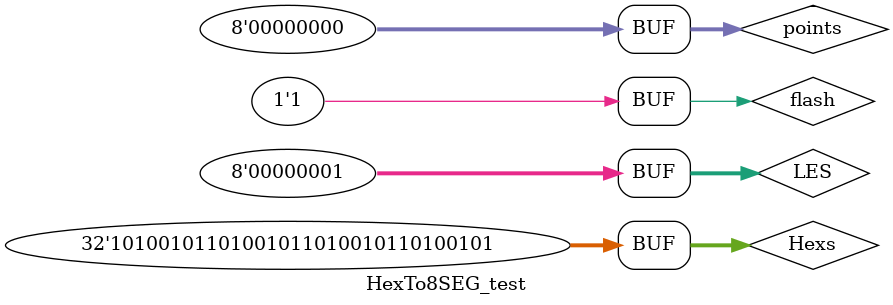
<source format=v>
`timescale 1ns / 1ps


module HexTo8SEG_test;

	// Inputs
	reg [31:0] Hexs;
	reg [7:0] points;
	reg [7:0] LES;
	reg flash;

	// Outputs
	wire [63:0] SEG_TXT;

	// Instantiate the Unit Under Test (UUT)
	HexTo8SEG uut (
		.Hexs(Hexs), 
		.points(points), 
		.LES(LES), 
		.flash(flash), 
		.SEG_TXT(SEG_TXT)
	);

	initial begin
		// Initialize Inputs
		Hexs = 0;
		points = 0;
		LES = 0;
		flash = 0;

		// Wait 100 ns for global reset to finish
		#100;
      Hexs = 32'h12345678;
		#100;
		flash = 1;
		#100;
		LES = 1;
		#100;
		Hexs = 32'hA5A5A5A5;
		// Add stimulus here

	end
      
endmodule


</source>
